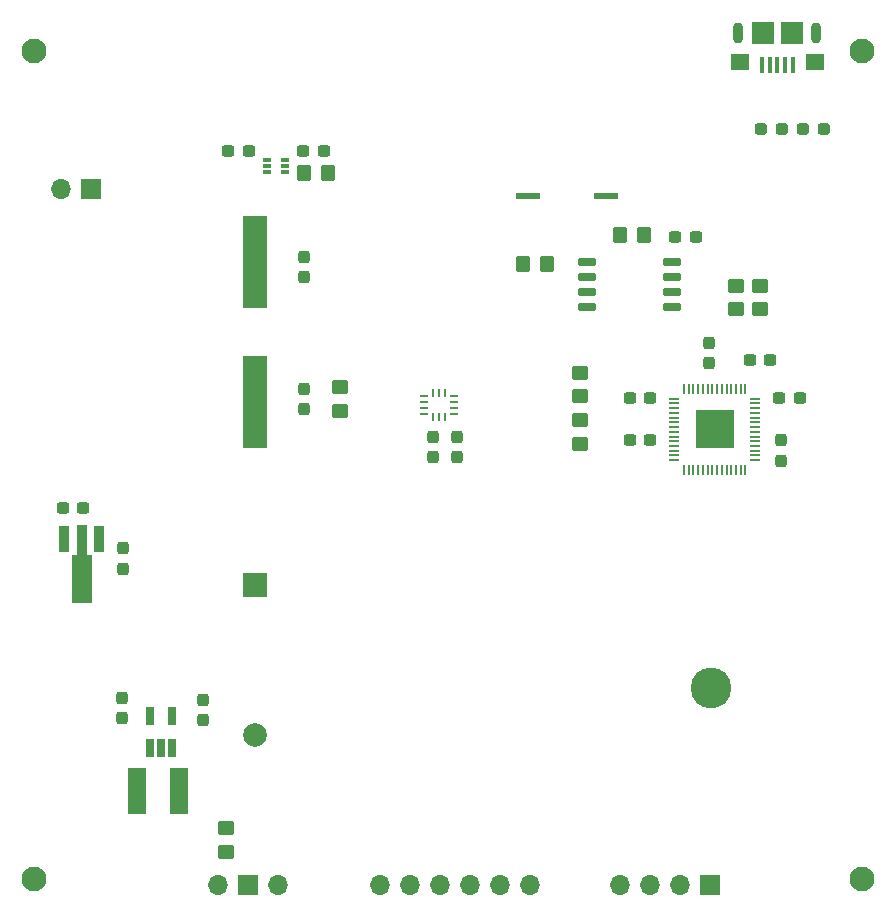
<source format=gts>
G04 #@! TF.GenerationSoftware,KiCad,Pcbnew,(6.0.5)*
G04 #@! TF.CreationDate,2023-04-10T12:53:00-04:00*
G04 #@! TF.ProjectId,control_board,636f6e74-726f-46c5-9f62-6f6172642e6b,rev?*
G04 #@! TF.SameCoordinates,Original*
G04 #@! TF.FileFunction,Soldermask,Top*
G04 #@! TF.FilePolarity,Negative*
%FSLAX46Y46*%
G04 Gerber Fmt 4.6, Leading zero omitted, Abs format (unit mm)*
G04 Created by KiCad (PCBNEW (6.0.5)) date 2023-04-10 12:53:00*
%MOMM*%
%LPD*%
G01*
G04 APERTURE LIST*
G04 Aperture macros list*
%AMRoundRect*
0 Rectangle with rounded corners*
0 $1 Rounding radius*
0 $2 $3 $4 $5 $6 $7 $8 $9 X,Y pos of 4 corners*
0 Add a 4 corners polygon primitive as box body*
4,1,4,$2,$3,$4,$5,$6,$7,$8,$9,$2,$3,0*
0 Add four circle primitives for the rounded corners*
1,1,$1+$1,$2,$3*
1,1,$1+$1,$4,$5*
1,1,$1+$1,$6,$7*
1,1,$1+$1,$8,$9*
0 Add four rect primitives between the rounded corners*
20,1,$1+$1,$2,$3,$4,$5,0*
20,1,$1+$1,$4,$5,$6,$7,0*
20,1,$1+$1,$6,$7,$8,$9,0*
20,1,$1+$1,$8,$9,$2,$3,0*%
%AMFreePoly0*
4,1,9,5.362500,-0.866500,1.237500,-0.866500,1.237500,-0.450000,-1.237500,-0.450000,-1.237500,0.450000,1.237500,0.450000,1.237500,0.866500,5.362500,0.866500,5.362500,-0.866500,5.362500,-0.866500,$1*%
G04 Aperture macros list end*
%ADD10R,1.700000X1.700000*%
%ADD11O,1.700000X1.700000*%
%ADD12R,1.600000X1.400000*%
%ADD13R,1.900000X1.900000*%
%ADD14O,0.900000X1.800000*%
%ADD15R,0.400000X1.350000*%
%ADD16C,0.500000*%
%ADD17RoundRect,0.237500X-0.237500X0.300000X-0.237500X-0.300000X0.237500X-0.300000X0.237500X0.300000X0*%
%ADD18RoundRect,0.237500X-0.300000X-0.237500X0.300000X-0.237500X0.300000X0.237500X-0.300000X0.237500X0*%
%ADD19C,2.100000*%
%ADD20RoundRect,0.250000X-0.350000X-0.450000X0.350000X-0.450000X0.350000X0.450000X-0.350000X0.450000X0*%
%ADD21R,0.650000X1.560000*%
%ADD22C,2.000000*%
%ADD23R,2.000000X2.000000*%
%ADD24C,3.450000*%
%ADD25R,0.900000X2.300000*%
%ADD26FreePoly0,270.000000*%
%ADD27RoundRect,0.237500X0.237500X-0.300000X0.237500X0.300000X-0.237500X0.300000X-0.237500X-0.300000X0*%
%ADD28RoundRect,0.150000X-0.650000X-0.150000X0.650000X-0.150000X0.650000X0.150000X-0.650000X0.150000X0*%
%ADD29RoundRect,0.250000X0.350000X0.450000X-0.350000X0.450000X-0.350000X-0.450000X0.350000X-0.450000X0*%
%ADD30RoundRect,0.250000X-0.450000X0.350000X-0.450000X-0.350000X0.450000X-0.350000X0.450000X0.350000X0*%
%ADD31RoundRect,0.237500X0.287500X0.237500X-0.287500X0.237500X-0.287500X-0.237500X0.287500X-0.237500X0*%
%ADD32R,0.675000X0.250000*%
%ADD33R,0.250000X0.675000*%
%ADD34R,2.000000X7.875000*%
%ADD35RoundRect,0.237500X0.300000X0.237500X-0.300000X0.237500X-0.300000X-0.237500X0.300000X-0.237500X0*%
%ADD36O,0.875000X0.200000*%
%ADD37O,0.200000X0.875000*%
%ADD38R,3.200000X3.200000*%
%ADD39RoundRect,0.250000X0.450000X-0.350000X0.450000X0.350000X-0.450000X0.350000X-0.450000X-0.350000X0*%
%ADD40RoundRect,0.237500X-0.287500X-0.237500X0.287500X-0.237500X0.287500X0.237500X-0.287500X0.237500X0*%
%ADD41R,1.500000X4.000000*%
%ADD42R,0.700000X0.340000*%
%ADD43R,2.108200X0.558800*%
G04 APERTURE END LIST*
D10*
X161925000Y-124460000D03*
D11*
X159385000Y-124460000D03*
X156845000Y-124460000D03*
X154305000Y-124460000D03*
D12*
X170818250Y-54774000D03*
D13*
X168818250Y-52324000D03*
D14*
X170918250Y-52324000D03*
D12*
X164418250Y-54774000D03*
D14*
X164318250Y-52324000D03*
D13*
X166418250Y-52324000D03*
D15*
X166318250Y-54999000D03*
X166968250Y-54999000D03*
X167618250Y-54999000D03*
X168268250Y-54999000D03*
X168918250Y-54999000D03*
D16*
X170918250Y-52324000D03*
X164318250Y-52324000D03*
D17*
X127508000Y-71273500D03*
X127508000Y-72998500D03*
D18*
X158963000Y-69627500D03*
X160688000Y-69627500D03*
X107087500Y-92562500D03*
X108812500Y-92562500D03*
D19*
X174752000Y-53848000D03*
D18*
X167785500Y-83213500D03*
X169510500Y-83213500D03*
D20*
X127531450Y-64206000D03*
X129531450Y-64206000D03*
D21*
X114493000Y-112856000D03*
X115443000Y-112856000D03*
X116393000Y-112856000D03*
X116393000Y-110156000D03*
X114493000Y-110156000D03*
D22*
X123420000Y-111760000D03*
D23*
X123420000Y-99060000D03*
D24*
X162030000Y-107760000D03*
D25*
X110200000Y-95162500D03*
D26*
X108700000Y-95250000D03*
D25*
X107200000Y-95162500D03*
D27*
X118999000Y-110490000D03*
X118999000Y-108765000D03*
D11*
X125365000Y-124460000D03*
D10*
X122825000Y-124460000D03*
D11*
X120285000Y-124460000D03*
D17*
X167894000Y-86795000D03*
X167894000Y-88520000D03*
D19*
X104648000Y-123952000D03*
D28*
X151475500Y-71722500D03*
X151475500Y-72992500D03*
X151475500Y-74262500D03*
X151475500Y-75532500D03*
X158675500Y-75532500D03*
X158675500Y-74262500D03*
X158675500Y-72992500D03*
X158675500Y-71722500D03*
D29*
X148075500Y-71877500D03*
X146075500Y-71877500D03*
D11*
X146685000Y-124460000D03*
X144145000Y-124460000D03*
X141605000Y-124460000D03*
X139065000Y-124460000D03*
X136525000Y-124460000D03*
X133985000Y-124460000D03*
D27*
X140462000Y-88238500D03*
X140462000Y-86513500D03*
D30*
X120904000Y-121650000D03*
X120904000Y-119650000D03*
D27*
X161798000Y-80264000D03*
X161798000Y-78539000D03*
D31*
X168007000Y-60452000D03*
X166257000Y-60452000D03*
D32*
X137675500Y-83070000D03*
X137675500Y-83570000D03*
X137675500Y-84070000D03*
X137675500Y-84570000D03*
D33*
X138438000Y-84832500D03*
X138938000Y-84832500D03*
X139438000Y-84832500D03*
D32*
X140200500Y-84570000D03*
X140200500Y-84070000D03*
X140200500Y-83570000D03*
X140200500Y-83070000D03*
D33*
X139438000Y-82807500D03*
X138938000Y-82807500D03*
X138438000Y-82807500D03*
D34*
X123347000Y-83587500D03*
X123347000Y-71712500D03*
D20*
X154325500Y-69377500D03*
X156325500Y-69377500D03*
D35*
X156826500Y-86767500D03*
X155101500Y-86767500D03*
D10*
X109479000Y-65532000D03*
D11*
X106939000Y-65532000D03*
D36*
X158868500Y-83279500D03*
X158868500Y-83679500D03*
X158868500Y-84079500D03*
X158868500Y-84479500D03*
X158868500Y-84879500D03*
X158868500Y-85279500D03*
X158868500Y-85679500D03*
X158868500Y-86079500D03*
X158868500Y-86479500D03*
X158868500Y-86879500D03*
X158868500Y-87279500D03*
X158868500Y-87679500D03*
X158868500Y-88079500D03*
X158868500Y-88479500D03*
D37*
X159706000Y-89317000D03*
X160106000Y-89317000D03*
X160506000Y-89317000D03*
X160906000Y-89317000D03*
X161306000Y-89317000D03*
X161706000Y-89317000D03*
X162106000Y-89317000D03*
X162506000Y-89317000D03*
X162906000Y-89317000D03*
X163306000Y-89317000D03*
X163706000Y-89317000D03*
X164106000Y-89317000D03*
X164506000Y-89317000D03*
X164906000Y-89317000D03*
D36*
X165743500Y-88479500D03*
X165743500Y-88079500D03*
X165743500Y-87679500D03*
X165743500Y-87279500D03*
X165743500Y-86879500D03*
X165743500Y-86479500D03*
X165743500Y-86079500D03*
X165743500Y-85679500D03*
X165743500Y-85279500D03*
X165743500Y-84879500D03*
X165743500Y-84479500D03*
X165743500Y-84079500D03*
X165743500Y-83679500D03*
X165743500Y-83279500D03*
D37*
X164906000Y-82442000D03*
X164506000Y-82442000D03*
X164106000Y-82442000D03*
X163706000Y-82442000D03*
X163306000Y-82442000D03*
X162906000Y-82442000D03*
X162506000Y-82442000D03*
X162106000Y-82442000D03*
X161706000Y-82442000D03*
X161306000Y-82442000D03*
X160906000Y-82442000D03*
X160506000Y-82442000D03*
X160106000Y-82442000D03*
X159706000Y-82442000D03*
D38*
X162306000Y-85879500D03*
D39*
X150876000Y-83069500D03*
X150876000Y-81069500D03*
D30*
X130556000Y-82312000D03*
X130556000Y-84312000D03*
D40*
X169813000Y-60452000D03*
X171563000Y-60452000D03*
D27*
X112200000Y-97675000D03*
X112200000Y-95950000D03*
D18*
X121115750Y-62301000D03*
X122840750Y-62301000D03*
D39*
X164084000Y-75703500D03*
X164084000Y-73703500D03*
D17*
X127508000Y-82449500D03*
X127508000Y-84174500D03*
D30*
X150876000Y-85117500D03*
X150876000Y-87117500D03*
D17*
X138430000Y-86513500D03*
X138430000Y-88238500D03*
D19*
X104648000Y-53848000D03*
D18*
X127465750Y-62301000D03*
X129190750Y-62301000D03*
D35*
X156818500Y-83211500D03*
X155093500Y-83211500D03*
D27*
X112141000Y-110336500D03*
X112141000Y-108611500D03*
D41*
X116963600Y-116484400D03*
X113363600Y-116484400D03*
D39*
X166116000Y-75703500D03*
X166116000Y-73703500D03*
D19*
X174752000Y-123952000D03*
D42*
X124403250Y-63071000D03*
X124403250Y-63571000D03*
X124403250Y-64071000D03*
X125903250Y-64071000D03*
X125903250Y-63571000D03*
X125903250Y-63071000D03*
D18*
X165253500Y-80010000D03*
X166978500Y-80010000D03*
D43*
X153126200Y-66127500D03*
X146524800Y-66127500D03*
M02*

</source>
